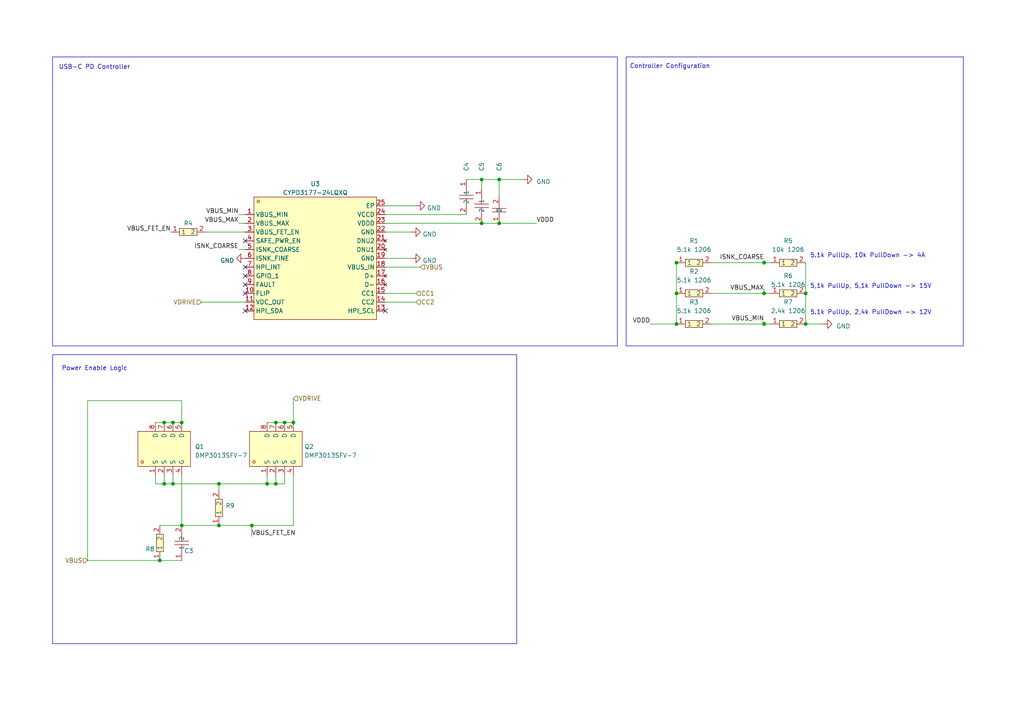
<source format=kicad_sch>
(kicad_sch (version 20231120) (generator "eeschema") (generator_version "8.0")
  (paper "A4")
  (title_block (title "Coolscan LS40 USB PSU") (date "2024-11-15") (rev "0.1") (company "wirkbetrieb.net"))
  (lib_symbols
    (symbol "easyeda2kicad:0603WAF2401T5E"
      (property "Reference" "R" (at 0 5.08 0))
      (property "Value" "2.4k 0603" (at 0 -5.08 0))
      (symbol "0603WAF2401T5E_0_1"
        (rectangle (start -2.54 1.02) (end 2.54 -1.02) (fill (type background)))
        (pin bidirectional line (at -5.08 0 0) (length 2.54) (name "1") (number "1"))
        (pin bidirectional line (at 5.08 0 180) (length 2.54) (name "2") (number "2"))
      )
    )
    (symbol "easyeda2kicad:0603WAF5101T5E"
      (property "Reference" "R" (at 0 5.08 0))
      (property "Value" "5.1k 0603" (at 0 -5.08 0))
      (symbol "0603WAF5101T5E_0_1"
        (rectangle (start -2.54 1.02) (end 2.54 -1.02) (fill (type background)))
        (pin bidirectional line (at -5.08 0 0) (length 2.54) (name "1") (number "1"))
        (pin bidirectional line (at 5.08 0 180) (length 2.54) (name "2") (number "2"))
      )
    )
    (symbol "easyeda2kicad:0603WAF5103T5E"
      (property "Reference" "R" (at 0 5.08 0))
      (property "Value" "10k 0603" (at 0 -5.08 0))
      (symbol "0603WAF5103T5E_0_1"
        (rectangle (start -2.54 1.02) (end 2.54 -1.02) (fill (type background)))
        (pin bidirectional line (at -5.08 0 0) (length 2.54) (name "1") (number "1"))
        (pin bidirectional line (at 5.08 0 180) (length 2.54) (name "2") (number "2"))
      )
    )
    (symbol "easyeda2kicad:0805W8F4702T5E"
      (property "Reference" "R" (at 0 5.08 0))
      (property "Value" "47k 0805" (at 0 -5.08 0))
      (symbol "0805W8F4702T5E_0_1"
        (rectangle (start -2.54 1.02) (end 2.54 -1.02) (fill (type background)))
        (pin bidirectional line (at -5.08 0 0) (length 2.54) (name "1") (number "1"))
        (pin bidirectional line (at 5.08 0 180) (length 2.54) (name "2") (number "2"))
      )
    )
    (symbol "easyeda2kicad:1206W4F1001T5E"
      (property "Reference" "R" (at 0 5.08 0))
      (property "Value" "1k 1206" (at 0 -5.08 0))
      (symbol "1206W4F1001T5E_0_1"
        (rectangle (start -2.54 1.02) (end 2.54 -1.02) (fill (type background)))
        (pin bidirectional line (at -5.08 0 0) (length 2.54) (name "1") (number "1"))
        (pin bidirectional line (at 5.08 0 180) (length 2.54) (name "2") (number "2"))
      )
    )
    (symbol "easyeda2kicad:1206W4F1002T5E"
      (property "Reference" "R" (at 0 5.08 0))
      (property "Value" "10k 1206" (at 0 -5.08 0))
      (symbol "1206W4F1002T5E_0_1"
        (rectangle (start -2.54 1.02) (end 2.54 -1.02) (fill (type background)))
        (pin bidirectional line (at -5.08 0 0) (length 2.54) (name "1") (number "1"))
        (pin bidirectional line (at 5.08 0 180) (length 2.54) (name "2") (number "2"))
      )
    )
    (symbol "easyeda2kicad:CL31B104KBCNNNC"
      (property "Reference" "C" (at 0 5.08 0))
      (property "Value" "100nF 50V 1206" (at 0 -5.08 0))
      (symbol "CL31B104KBCNNNC_0_1"
        (polyline (pts (xy -1.27 0) (xy -0.51 0)))
        (polyline (pts (xy -0.51 2.03) (xy -0.51 -2.03)))
        (polyline (pts (xy 0.51 0) (xy 1.27 0)))
        (polyline (pts (xy 0.51 2.03) (xy 0.51 -2.03)))
        (pin bidirectional line (at -3.81 0 0) (length 2.54) (name "1") (number "1"))
        (pin bidirectional line (at 3.81 0 180) (length 2.54) (name "2") (number "2"))
      )
    )
    (symbol "easyeda2kicad:CL31B105KBHNNNE"
      (property "Reference" "C" (at 0 5.08 0))
      (property "Value" "1uF 50V 1206" (at 0 -5.08 0))
      (symbol "CL31B105KBHNNNE_0_1"
        (polyline (pts (xy -0.51 -2.03) (xy -0.51 2.03)))
        (polyline (pts (xy -0.51 0) (xy -2.54 0)))
        (polyline (pts (xy 0.51 2.03) (xy 0.51 -2.03)))
        (polyline (pts (xy 2.54 0) (xy 0.51 0)))
        (pin bidirectional line (at -5.08 0 0) (length 2.54) (name "1") (number "1"))
        (pin bidirectional line (at 5.08 0 180) (length 2.54) (name "2") (number "2"))
      )
    )
    (symbol "easyeda2kicad:CYPD3177-24LQXQ"
      (property "Reference" "U" (at 0 20.32 0))
      (property "Value" "CYPD3177-24LQXQ" (at 0 -20.32 0))
      (symbol "CYPD3177-24LQXQ_0_1"
        (rectangle (start -17.78 17.78) (end 17.78 -17.78) (fill (type background)))
        (circle (center -16.51 16.51) (radius 0.38))
        (pin input line (at -20.32 12.7 0) (length 2.54) (name "VBUS_MIN") (number "1"))
        (pin output line (at -20.32 -10.16 0) (length 2.54) (name "FLIP") (number "10"))
        (pin power_in line (at -20.32 -12.7 0) (length 2.54) (name "VDC_OUT") (number "11"))
        (pin bidirectional line (at -20.32 -15.24 0) (length 2.54) (name "HPI_SDA") (number "12"))
        (pin input line (at 20.32 -15.24 180) (length 2.54) (name "HPI_SCL") (number "13"))
        (pin bidirectional line (at 20.32 -12.7 180) (length 2.54) (name "CC2") (number "14"))
        (pin bidirectional line (at 20.32 -10.16 180) (length 2.54) (name "CC1") (number "15"))
        (pin no_connect line (at 20.32 -7.62 180) (length 2.54) (name "D-") (number "16"))
        (pin no_connect line (at 20.32 -5.08 180) (length 2.54) (name "D+") (number "17"))
        (pin power_in line (at 20.32 -2.54 180) (length 2.54) (name "VBUS_IN") (number "18"))
        (pin power_in line (at 20.32 0 180) (length 2.54) (name "GND") (number "19"))
        (pin input line (at -20.32 10.16 0) (length 2.54) (name "VBUS_MAX") (number "2"))
        (pin no_connect line (at 20.32 2.54 180) (length 2.54) (name "DNU1") (number "20"))
        (pin no_connect line (at 20.32 5.08 180) (length 2.54) (name "DNU2") (number "21"))
        (pin power_in line (at 20.32 7.62 180) (length 2.54) (name "GND") (number "22"))
        (pin power_out line (at 20.32 10.16 180) (length 2.54) (name "VDDD") (number "23"))
        (pin power_out line (at 20.32 12.7 180) (length 2.54) (name "VCCD") (number "24"))
        (pin unspecified line (at 20.32 15.24 180) (length 2.54) (name "EP") (number "25"))
        (pin output line (at -20.32 7.62 0) (length 2.54) (name "VBUS_FET_EN") (number "3"))
        (pin output line (at -20.32 5.08 0) (length 2.54) (name "SAFE_PWR_EN") (number "4"))
        (pin input line (at -20.32 2.54 0) (length 2.54) (name "ISNK_COARSE") (number "5"))
        (pin power_in line (at -20.32 0 0) (length 2.54) (name "ISNK_FINE") (number "6"))
        (pin output line (at -20.32 -2.54 0) (length 2.54) (name "HPI_INT") (number "7"))
        (pin bidirectional line (at -20.32 -5.08 0) (length 2.54) (name "GPIO_1") (number "8"))
        (pin output line (at -20.32 -7.62 0) (length 2.54) (name "FAULT") (number "9"))
      )
    )
    (symbol "easyeda2kicad:DMP3013SFV-7"
      (property "Reference" "Q" (at 0 7.62 0))
      (property "Value" "DMP3013SFV-7" (at 0 -10.16 0))
      (symbol "DMP3013SFV-7_0_1"
        (rectangle (start -5.08 7.62) (end 5.08 -7.62) (fill (type background)))
        (circle (center -3.81 6.35) (radius 0.38))
        (pin bidirectional line (at -7.62 2.54 0) (length 2.54) (name "S") (number "1"))
        (pin bidirectional line (at -7.62 0 0) (length 2.54) (name "S") (number "2"))
        (pin bidirectional line (at -7.62 -2.54 0) (length 2.54) (name "S") (number "3"))
        (pin bidirectional line (at -7.62 -5.08 0) (length 2.54) (name "G") (number "4"))
        (pin bidirectional line (at 7.62 -5.08 180) (length 2.54) (name "D") (number "5"))
        (pin bidirectional line (at 7.62 -2.54 180) (length 2.54) (name "D") (number "6"))
        (pin bidirectional line (at 7.62 0 180) (length 2.54) (name "D") (number "7"))
        (pin bidirectional line (at 7.62 2.54 180) (length 2.54) (name "D") (number "8"))
      )
    )
    (symbol "power:GND" (power) (pin_names (offset 0))
      (property "Value" "GND" (at 0 -3.81 0))
      (symbol "GND_0_1"
        (polyline (pts (xy 0 0) (xy 0 -1.27) (xy 1.27 -1.27) (xy 0 -2.54) (xy -1.27 -1.27) (xy 0 -1.27)))
      )
      (symbol "GND_1_1"
        (pin power_in line (at 0 0 270) (length 0) hide (name "GND") (number "1"))
      )
    )
  )
  (junction (at 139.7 64.77))
  (junction (at 73.025 152.4))
  (junction (at 47.625 122.555))
  (junction (at 63.5 152.4))
  (junction (at 221.615 93.98))
  (junction (at 77.47 140.335))
  (junction (at 233.68 93.98))
  (junction (at 63.5 140.335))
  (junction (at 221.615 76.2))
  (junction (at 50.165 140.335))
  (junction (at 196.215 76.2))
  (junction (at 80.01 122.555))
  (junction (at 82.55 122.555))
  (junction (at 85.09 122.555))
  (junction (at 144.78 52.07))
  (junction (at 80.01 140.335))
  (junction (at 52.705 122.555))
  (junction (at 196.215 93.98))
  (junction (at 46.355 162.56))
  (junction (at 47.625 140.335))
  (junction (at 196.215 85.09))
  (junction (at 52.705 152.4))
  (junction (at 221.615 85.09))
  (junction (at 139.7 52.07))
  (junction (at 233.68 85.09))
  (junction (at 144.78 64.77))
  (junction (at 50.165 122.555))
  (no_connect (at 111.76 90.17))
  (no_connect (at 71.12 77.47))
  (no_connect (at 71.12 69.85))
  (no_connect (at 71.12 90.17))
  (no_connect (at 71.12 80.01))
  (no_connect (at 71.12 85.09))
  (no_connect (at 71.12 82.55))
  (wire (pts (xy 47.625 140.335) (xy 50.165 140.335)))
  (wire (pts (xy 206.375 85.09) (xy 221.615 85.09)))
  (wire (pts (xy 221.615 93.98) (xy 223.52 93.98)))
  (wire (pts (xy 77.47 140.335) (xy 80.01 140.335)))
  (wire (pts (xy 69.215 62.23) (xy 71.12 62.23)))
  (wire (pts (xy 144.78 52.07) (xy 151.765 52.07)))
  (wire (pts (xy 221.615 83.82) (xy 221.615 85.09)))
  (wire (pts (xy 233.68 93.98) (xy 238.76 93.98)))
  (wire (pts (xy 85.09 137.795) (xy 85.09 152.4)))
  (wire (pts (xy 73.025 152.4) (xy 85.09 152.4)))
  (wire (pts (xy 80.01 137.795) (xy 80.01 140.335)))
  (wire (pts (xy 46.355 162.56) (xy 52.705 162.56)))
  (wire (pts (xy 188.595 93.98) (xy 196.215 93.98)))
  (wire (pts (xy 63.5 140.335) (xy 63.5 142.24)))
  (wire (pts (xy 196.215 85.09) (xy 196.215 76.2)))
  (wire (pts (xy 50.165 122.555) (xy 52.705 122.555)))
  (wire (pts (xy 233.68 85.09) (xy 233.68 93.98)))
  (wire (pts (xy 139.7 52.07) (xy 139.7 54.61)))
  (wire (pts (xy 47.625 140.335) (xy 47.625 137.795)))
  (wire (pts (xy 221.615 93.345) (xy 221.615 93.98)))
  (wire (pts (xy 52.705 152.4) (xy 63.5 152.4)))
  (wire (pts (xy 144.78 52.07) (xy 144.78 57.15)))
  (wire (pts (xy 77.47 140.335) (xy 77.47 137.795)))
  (wire (pts (xy 111.76 59.69) (xy 120.65 59.69)))
  (wire (pts (xy 85.09 115.57) (xy 85.09 122.555)))
  (wire (pts (xy 45.085 122.555) (xy 47.625 122.555)))
  (wire (pts (xy 111.76 64.77) (xy 139.7 64.77)))
  (wire (pts (xy 45.085 137.795) (xy 45.085 140.335)))
  (wire (pts (xy 69.215 64.77) (xy 71.12 64.77)))
  (wire (pts (xy 144.78 64.77) (xy 155.575 64.77)))
  (wire (pts (xy 111.76 74.93) (xy 119.38 74.93)))
  (wire (pts (xy 221.615 76.2) (xy 223.52 76.2)))
  (wire (pts (xy 221.615 85.09) (xy 223.52 85.09)))
  (wire (pts (xy 82.55 140.335) (xy 82.55 137.795)))
  (wire (pts (xy 221.615 75.565) (xy 221.615 76.2)))
  (wire (pts (xy 206.375 76.2) (xy 221.615 76.2)))
  (wire (pts (xy 52.705 116.205) (xy 52.705 122.555)))
  (wire (pts (xy 139.7 64.77) (xy 144.78 64.77)))
  (wire (pts (xy 63.5 140.335) (xy 77.47 140.335)))
  (wire (pts (xy 77.47 122.555) (xy 80.01 122.555)))
  (wire (pts (xy 196.215 85.09) (xy 196.215 93.98)))
  (wire (pts (xy 206.375 93.98) (xy 221.615 93.98)))
  (wire (pts (xy 50.165 140.335) (xy 50.165 137.795)))
  (wire (pts (xy 82.55 122.555) (xy 85.09 122.555)))
  (wire (pts (xy 111.76 62.23) (xy 135.255 62.23)))
  (wire (pts (xy 233.68 76.2) (xy 233.68 85.09)))
  (wire (pts (xy 46.355 162.56) (xy 25.4 162.56)))
  (wire (pts (xy 139.7 52.07) (xy 144.78 52.07)))
  (wire (pts (xy 59.69 67.31) (xy 71.12 67.31)))
  (wire (pts (xy 52.705 137.795) (xy 52.705 152.4)))
  (wire (pts (xy 46.355 152.4) (xy 52.705 152.4)))
  (wire (pts (xy 135.255 52.07) (xy 139.7 52.07)))
  (wire (pts (xy 80.01 122.555) (xy 82.55 122.555)))
  (wire (pts (xy 111.76 85.09) (xy 120.65 85.09)))
  (wire (pts (xy 111.76 77.47) (xy 121.92 77.47)))
  (wire (pts (xy 50.165 140.335) (xy 63.5 140.335)))
  (wire (pts (xy 58.42 87.63) (xy 71.12 87.63)))
  (wire (pts (xy 63.5 152.4) (xy 73.025 152.4)))
  (wire (pts (xy 52.705 116.205) (xy 25.4 116.205)))
  (wire (pts (xy 47.625 122.555) (xy 50.165 122.555)))
  (wire (pts (xy 111.76 87.63) (xy 120.65 87.63)))
  (wire (pts (xy 25.4 116.205) (xy 25.4 162.56)))
  (wire (pts (xy 111.76 67.31) (xy 119.38 67.31)))
  (wire (pts (xy 73.025 152.4) (xy 73.025 155.575)))
  (wire (pts (xy 45.085 140.335) (xy 47.625 140.335)))
  (wire (pts (xy 80.01 140.335) (xy 82.55 140.335)))
  (wire (pts (xy 69.215 72.39) (xy 71.12 72.39)))
  (wire (pts (xy 221.615 93.345) (xy 220.98 93.345)))
  (wire (pts (xy 196.215 76.2) (xy 196.85 76.2)))
  (rectangle (start 149.86 186.69) (end 15.24 102.87))
  (rectangle (start 181.61 16.51) (end 279.4 100.33))
  (rectangle (start 15.24 16.51) (end 179.07 100.33))
  (text "5.1k PullUp, 10k PullDown -> 4A\n" (at 234.95 74.93 0) (effects (font (size 1.27 1.27)) (justify left bottom)))
  (text "5.1k PullUp, 2,4k PullDown -> 12V" (at 234.95 91.44 0) (effects (font (size 1.27 1.27)) (justify left bottom)))
  (text "Controller Configuration" (at 194.31 19.304 0) (effects (font (size 1.27 1.27))))
  (text "USB-C PD Controller" (at 27.432 19.558 0) (effects (font (size 1.27 1.27))))
  (text "5,1k PullUp, 5,1k PullDown -> 15V" (at 234.95 83.82 0) (effects (font (size 1.27 1.27)) (justify left bottom)))
  (text "Power Enable Logic" (at 27.432 106.934 0) (effects (font (size 1.27 1.27))))
  (label "VDDD" (at 155.575 64.77 0))
  (label "VBUS_MAX" (at 221.615 84.455 180))
  (label "VBUS_FET_EN" (at 49.53 67.31 180))
  (label "VBUS_MIN" (at 69.215 62.23 180))
  (label "VBUS_MIN" (at 221.615 93.345 180))
  (label "VBUS_MAX" (at 69.215 64.77 180))
  (label "VDDD" (at 188.595 93.98 180))
  (label "ISNK_COARSE" (at 221.615 75.565 180))
  (label "ISNK_COARSE" (at 69.215 72.39 180))
  (label "VBUS_FET_EN" (at 73.025 155.575 0))
  (hierarchical_label "VBUS" (shape input) (at 25.4 162.56 180))
  (hierarchical_label "VDRIVE" (shape input) (at 58.42 87.63 180))
  (hierarchical_label "CC1" (shape input) (at 120.65 85.09 0))
  (hierarchical_label "VDRIVE" (shape input) (at 85.09 115.57 0))
  (hierarchical_label "VBUS" (shape input) (at 121.92 77.47 0))
  (hierarchical_label "CC2" (shape input) (at 120.65 87.63 0))
  (symbol (lib_id "easyeda2kicad:DMP3013SFV-7") (at 47.625 130.175 90) (unit 1)
    (property "Reference" "Q1" (at 56.515 129.54 90) (effects (justify right)))
    (property "Value" "DMP3013SFV-7" (at 56.515 132.08 90) (effects (justify right)))
    (property "Footprint" "Package_SO:Vishay_PowerPAK_1212-8_Single" (effects (hide yes)))
    (property "Manufacturer" "DIODES(美台)" (effects (hide yes)))
    (property "LCSC Part" "C264098" (effects (hide yes)))
    (property "JLC Part" "Extended Part" (effects (hide yes)))
    (property "LCSC" "C264098" (effects (hide yes)))
  )
  (symbol (lib_id "power:GND") (at 120.65 59.69 90) (unit 1)
    (property "Reference" "#PWR038" (effects (hide yes)))
    (property "Value" "GND" (at 123.825 60.325 90) (effects (justify right)))
  )
  (symbol (lib_id "power:GND") (at 151.765 52.07 90) (unit 1)
    (property "Reference" "#PWR040" (effects (hide yes)))
    (property "Value" "GND" (at 155.575 52.705 90) (effects (justify right)))
  )
  (symbol (lib_id "easyeda2kicad:CYPD3177-24LQXQ") (at 91.44 74.93 0) (unit 1)
    (property "Reference" "U3" (at 91.44 53.34 0))
    (property "Value" "CYPD3177-24LQXQ" (at 91.44 55.88 0))
    (property "Footprint" "Package_DFN_QFN:TQFN-24-1EP_4x4mm_P0.5mm_EP2.8x2.8mm_PullBack" (effects (hide yes)))
    (property "Manufacturer" "SPANSION(飞索)" (effects (hide yes)))
    (property "LCSC Part" "C2959321" (effects (hide yes)))
    (property "LCSC" "C2959321" (effects (hide yes)))
  )
  (symbol (lib_id "power:GND") (at 119.38 67.31 90) (unit 1)
    (property "Reference" "#PWR035" (effects (hide yes)))
    (property "Value" "GND" (at 122.555 67.945 90) (effects (justify right)))
  )
  (symbol (lib_id "easyeda2kicad:CL31B105KBHNNNE") (at 135.255 57.15 270) (unit 1)
    (property "Reference" "C4" (at 135.255 46.99 0) (effects (justify left)))
    (property "Value" "50V 1uF X7R ±10% 1206 ROHS" (effects (hide yes)))
    (property "Footprint" "Capacitor_SMD:C_1206_3216Metric_Pad1.33x1.80mm_HandSolder" (effects (hide yes)))
    (property "Manufacturer" "SAMSUNG(三星)" (effects (hide yes)))
    (property "LCSC Part" "C1848" (effects (hide yes)))
    (property "JLC Part" "Basic Part" (effects (hide yes)))
    (property "LCSC" "C1848" (effects (hide yes)))
  )
  (symbol (lib_id "easyeda2kicad:0603WAF5103T5E") (at 228.6 76.2 0) (unit 1)
    (property "Reference" "R5" (at 228.6 69.85 0))
    (property "Value" "10k 1206" (at 228.6 72.39 0))
    (property "Footprint" "Resistor_SMD:R_1206_3216Metric_Pad1.30x1.75mm_HandSolder" (effects (hide yes)))
    (property "Manufacturer" "UNI-ROYAL(厚声)" (effects (hide yes)))
    (property "LCSC Part" "C23192" (effects (hide yes)))
    (property "JLC Part" "Basic Part" (effects (hide yes)))
  )
  (symbol (lib_id "easyeda2kicad:0603WAF2401T5E") (at 228.6 85.09 0) (unit 1)
    (property "Reference" "R6" (at 228.6 80.01 0))
    (property "Value" "5.1k 1206" (at 228.6 82.55 0))
    (property "Footprint" "Resistor_SMD:R_1206_3216Metric_Pad1.30x1.75mm_HandSolder" (effects (hide yes)))
  )
  (symbol (lib_id "easyeda2kicad:CL31B105KBHNNNE") (at 52.705 157.48 90) (unit 1)
    (property "Reference" "C3" (at 56.134 159.766 90) (effects (justify left)))
    (property "Value" "50V 1uF X7R ±10% 1206 ROHS" (effects (hide yes)))
    (property "Footprint" "Capacitor_SMD:C_1206_3216Metric_Pad1.33x1.80mm_HandSolder" (effects (hide yes)))
    (property "Manufacturer" "SAMSUNG(三星)" (effects (hide yes)))
    (property "LCSC Part" "C1848" (effects (hide yes)))
    (property "JLC Part" "Basic Part" (effects (hide yes)))
    (property "LCSC" "C1848" (effects (hide yes)))
  )
  (symbol (lib_id "easyeda2kicad:1206W4F1002T5E") (at 46.355 157.48 90) (unit 1)
    (property "Reference" "R8" (at 42.164 159.258 90) (effects (justify right)))
    (property "Value" "10k 1206" (effects (hide yes)))
    (property "Footprint" "Resistor_SMD:R_1206_3216Metric_Pad1.30x1.75mm_HandSolder" (effects (hide yes)))
    (property "Manufacturer" "UNI-ROYAL(厚声)" (effects (hide yes)))
    (property "LCSC Part" "C17902" (effects (hide yes)))
    (property "JLC Part" "Basic Part" (effects (hide yes)))
  )
  (symbol (lib_id "easyeda2kicad:0603WAF5101T5E") (at 201.295 85.09 0) (unit 1)
    (property "Reference" "R2" (at 201.295 78.74 0))
    (property "Value" "5.1k 1206" (at 201.295 81.28 0))
    (property "Footprint" "Resistor_SMD:R_1206_3216Metric_Pad1.30x1.75mm_HandSolder" (effects (hide yes)))
  )
  (symbol (lib_id "easyeda2kicad:0805W8F4702T5E") (at 63.5 147.32 90) (unit 1)
    (property "Reference" "R9" (at 65.405 146.685 90) (effects (justify right)))
    (property "Value" "47k 1206" (effects (hide yes)))
    (property "Footprint" "Resistor_SMD:R_1206_3216Metric_Pad1.30x1.75mm_HandSolder" (effects (hide yes)))
    (property "Manufacturer" "UNI-ROYAL(厚声)" (effects (hide yes)))
    (property "LCSC Part" "C17713" (effects (hide yes)))
    (property "JLC Part" "Basic Part" (effects (hide yes)))
  )
  (symbol (lib_id "easyeda2kicad:DMP3013SFV-7") (at 80.01 130.175 90) (unit 1)
    (property "Reference" "Q2" (at 88.265 129.54 90) (effects (justify right)))
    (property "Value" "DMP3013SFV-7" (at 88.265 132.08 90) (effects (justify right)))
    (property "Footprint" "Package_SO:Vishay_PowerPAK_1212-8_Single" (effects (hide yes)))
    (property "Manufacturer" "DIODES(美台)" (effects (hide yes)))
    (property "LCSC Part" "C264098" (effects (hide yes)))
    (property "JLC Part" "Extended Part" (effects (hide yes)))
    (property "LCSC" "C264098" (effects (hide yes)))
  )
  (symbol (lib_id "power:GND") (at 71.12 74.93 270) (unit 1)
    (property "Reference" "#PWR032" (effects (hide yes)))
    (property "Value" "GND" (at 67.945 75.565 90) (effects (justify right)))
  )
  (symbol (lib_id "power:GND") (at 119.38 74.93 90) (unit 1)
    (property "Reference" "#PWR036" (effects (hide yes)))
    (property "Value" "GND" (at 122.555 75.565 90) (effects (justify right)))
  )
  (symbol (lib_id "power:GND") (at 238.76 93.98 90) (unit 1)
    (property "Reference" "#PWR034" (effects (hide yes)))
    (property "Value" "GND" (at 242.57 94.615 90) (effects (justify right)))
  )
  (symbol (lib_id "easyeda2kicad:CL31B105KBHNNNE") (at 139.7 59.69 270) (unit 1)
    (property "Reference" "C5" (at 139.7 46.99 0) (effects (justify left)))
    (property "Value" "50V 1uF X7R ±10% 1206 ROHS" (effects (hide yes)))
    (property "Footprint" "Capacitor_SMD:C_1206_3216Metric_Pad1.33x1.80mm_HandSolder" (effects (hide yes)))
    (property "Manufacturer" "SAMSUNG(三星)" (effects (hide yes)))
    (property "LCSC Part" "C1848" (effects (hide yes)))
    (property "JLC Part" "Basic Part" (effects (hide yes)))
    (property "LCSC" "C1848" (effects (hide yes)))
  )
  (symbol (lib_id "easyeda2kicad:CL31B104KBCNNNC") (at 144.78 60.96 90) (unit 1)
    (property "Reference" "C6" (at 144.78 46.99 0) (effects (justify right)))
    (property "Value" "50V 100nF X7R ±10% 1206 ROHS" (effects (hide yes)))
    (property "Footprint" "Capacitor_SMD:C_1206_3216Metric_Pad1.33x1.80mm_HandSolder" (effects (hide yes)))
    (property "Manufacturer" "SAMSUNG(三星)" (effects (hide yes)))
    (property "LCSC Part" "C24497" (effects (hide yes)))
    (property "JLC Part" "Basic Part" (effects (hide yes)))
    (property "LCSC" "C24497" (effects (hide yes)))
  )
  (symbol (lib_id "easyeda2kicad:1206W4F1001T5E") (at 54.61 67.31 0) (unit 1)
    (property "Reference" "R4" (at 54.61 64.77 0))
    (property "Value" "1k 1206" (effects (hide yes)))
    (property "Footprint" "Resistor_SMD:R_1206_3216Metric_Pad1.30x1.75mm_HandSolder" (effects (hide yes)))
    (property "Manufacturer" "UNI-ROYAL(厚声)" (effects (hide yes)))
    (property "LCSC Part" "C4410" (effects (hide yes)))
    (property "JLC Part" "Basic Part" (effects (hide yes)))
  )
  (symbol (lib_id "easyeda2kicad:0603WAF5101T5E") (at 201.295 93.98 0) (unit 1)
    (property "Reference" "R3" (at 201.295 87.63 0))
    (property "Value" "5.1k 1206" (at 201.295 90.17 0))
    (property "Footprint" "Resistor_SMD:R_1206_3216Metric_Pad1.30x1.75mm_HandSolder" (effects (hide yes)))
  )
  (symbol (lib_id "easyeda2kicad:0603WAF2401T5E") (at 228.6 93.98 0) (unit 1)
    (property "Reference" "R7" (at 228.6 87.63 0))
    (property "Value" "2.4k 1206" (at 228.6 90.17 0))
    (property "Footprint" "Resistor_SMD:R_1206_3216Metric_Pad1.30x1.75mm_HandSolder" (effects (hide yes)))
  )
  (symbol (lib_id "easyeda2kicad:0603WAF5101T5E") (at 201.295 76.2 0) (unit 1)
    (property "Reference" "R1" (at 201.295 69.85 0))
    (property "Value" "5.1k 1206" (at 201.295 72.39 0))
    (property "Footprint" "Resistor_SMD:R_1206_3216Metric_Pad1.30x1.75mm_HandSolder" (effects (hide yes)))
    (property "Manufacturer" "UNI-ROYAL(厚声)" (effects (hide yes)))
    (property "LCSC Part" "C23186" (effects (hide yes)))
    (property "JLC Part" "Basic Part" (effects (hide yes)))
  )
)
</source>
